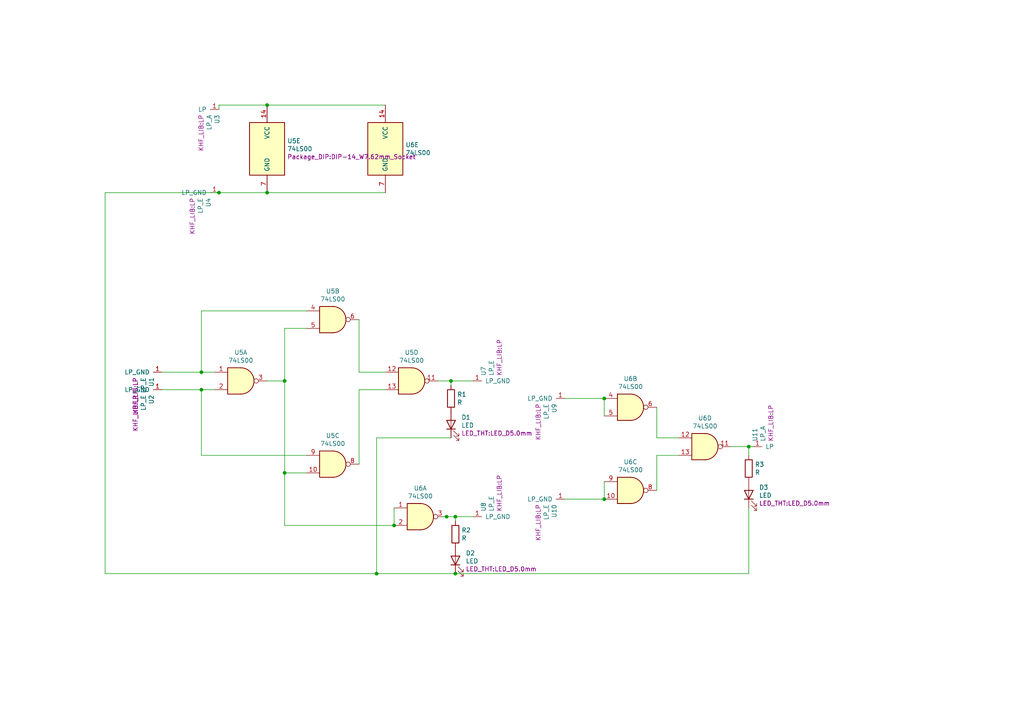
<source format=kicad_sch>
(kicad_sch (version 20230121) (generator eeschema)
  (paper "A4")
  (lib_symbols
    (symbol "!Goody:LED" (pin_numbers hide) (pin_names (offset 1.016) hide)
      (property "Reference" "D" (at 0 2.54 0))
      (property "Value" "LED" (at 2.54 -2.54 90))
      (symbol "LED_0_1"
        (polyline (pts (xy 0 -3.81) (xy 0 -1.27)))
        (polyline (pts (xy 1.27 -3.81) (xy -1.27 -3.81)) (stroke (width 0.254)))
        (polyline (pts (xy 1.27 -1.27) (xy -1.27 -1.27) (xy 0 -3.81) (xy 1.27 -1.27)) (stroke (width 0.254)))
        (polyline (pts (xy 0.762 -5.588) (xy 2.286 -7.112) (xy 2.286 -6.35) (xy 2.286 -7.112) (xy 1.524 -7.112)))
        (polyline (pts (xy 0.762 -4.318) (xy 2.286 -5.842) (xy 2.286 -5.08) (xy 2.286 -5.842) (xy 1.524 -5.842)))
      )
      (symbol "LED_1_1"
        (pin passive line (at 0 -6.35 90) (length 2.54) (name "K") (number "1"))
        (pin passive line (at 0 1.27 270) (length 2.54) (name "A") (number "2"))
      )
    )
    (symbol "74xx:74LS00" (pin_names (offset 1.016))
      (property "Reference" "U" (at 0 1.27 0))
      (property "Value" "74LS00" (at 0 -1.27 0))
      (symbol "74LS00_1_1"
        (arc (start 0 -3.81) (mid 3.7934 0) (end 0 3.81) (stroke (width 0.254)) (fill (type background)))
        (polyline (pts (xy 0 3.81) (xy -3.81 3.81) (xy -3.81 -3.81) (xy 0 -3.81)) (stroke (width 0.254)) (fill (type background)))
        (pin input line (at -7.62 2.54 0) (length 3.81) (name "~") (number "1"))
        (pin input line (at -7.62 -2.54 0) (length 3.81) (name "~") (number "2"))
        (pin output inverted (at 7.62 0 180) (length 3.81) (name "~") (number "3"))
      )
      (symbol "74LS00_1_2"
        (arc (start -3.81 -3.81) (mid -2.589 0) (end -3.81 3.81) (stroke (width 0.254)))
        (arc (start -0.6096 -3.81) (mid 2.1842 -2.5851) (end 3.81 0) (stroke (width 0.254)) (fill (type background)))
        (polyline (pts (xy -3.81 -3.81) (xy -0.635 -3.81)) (stroke (width 0.254)) (fill (type background)))
        (polyline (pts (xy -3.81 3.81) (xy -0.635 3.81)) (stroke (width 0.254)) (fill (type background)))
        (polyline (pts (xy -0.635 3.81) (xy -3.81 3.81) (xy -3.81 3.81) (xy -3.556 3.4036) (xy -3.0226 2.2606) (xy -2.6924 1.0414) (xy -2.6162 -0.254) (xy -2.7686 -1.4986) (xy -3.175 -2.7178) (xy -3.81 -3.81) (xy -3.81 -3.81) (xy -0.635 -3.81)) (stroke (width -25.4)) (fill (type background)))
        (arc (start 3.81 0) (mid 2.1915 2.5936) (end -0.6096 3.81) (stroke (width 0.254)) (fill (type background)))
        (pin input inverted (at -7.62 2.54 0) (length 4.318) (name "~") (number "1"))
        (pin input inverted (at -7.62 -2.54 0) (length 4.318) (name "~") (number "2"))
        (pin output line (at 7.62 0 180) (length 3.81) (name "~") (number "3"))
      )
      (symbol "74LS00_2_1"
        (arc (start 0 -3.81) (mid 3.7934 0) (end 0 3.81) (stroke (width 0.254)) (fill (type background)))
        (polyline (pts (xy 0 3.81) (xy -3.81 3.81) (xy -3.81 -3.81) (xy 0 -3.81)) (stroke (width 0.254)) (fill (type background)))
        (pin input line (at -7.62 2.54 0) (length 3.81) (name "~") (number "4"))
        (pin input line (at -7.62 -2.54 0) (length 3.81) (name "~") (number "5"))
        (pin output inverted (at 7.62 0 180) (length 3.81) (name "~") (number "6"))
      )
      (symbol "74LS00_2_2"
        (arc (start -3.81 -3.81) (mid -2.589 0) (end -3.81 3.81) (stroke (width 0.254)))
        (arc (start -0.6096 -3.81) (mid 2.1842 -2.5851) (end 3.81 0) (stroke (width 0.254)) (fill (type background)))
        (polyline (pts (xy -3.81 -3.81) (xy -0.635 -3.81)) (stroke (width 0.254)) (fill (type background)))
        (polyline (pts (xy -3.81 3.81) (xy -0.635 3.81)) (stroke (width 0.254)) (fill (type background)))
        (polyline (pts (xy -0.635 3.81) (xy -3.81 3.81) (xy -3.81 3.81) (xy -3.556 3.4036) (xy -3.0226 2.2606) (xy -2.6924 1.0414) (xy -2.6162 -0.254) (xy -2.7686 -1.4986) (xy -3.175 -2.7178) (xy -3.81 -3.81) (xy -3.81 -3.81) (xy -0.635 -3.81)) (stroke (width -25.4)) (fill (type background)))
        (arc (start 3.81 0) (mid 2.1915 2.5936) (end -0.6096 3.81) (stroke (width 0.254)) (fill (type background)))
        (pin input inverted (at -7.62 2.54 0) (length 4.318) (name "~") (number "4"))
        (pin input inverted (at -7.62 -2.54 0) (length 4.318) (name "~") (number "5"))
        (pin output line (at 7.62 0 180) (length 3.81) (name "~") (number "6"))
      )
      (symbol "74LS00_3_1"
        (arc (start 0 -3.81) (mid 3.7934 0) (end 0 3.81) (stroke (width 0.254)) (fill (type background)))
        (polyline (pts (xy 0 3.81) (xy -3.81 3.81) (xy -3.81 -3.81) (xy 0 -3.81)) (stroke (width 0.254)) (fill (type background)))
        (pin input line (at -7.62 -2.54 0) (length 3.81) (name "~") (number "10"))
        (pin output inverted (at 7.62 0 180) (length 3.81) (name "~") (number "8"))
        (pin input line (at -7.62 2.54 0) (length 3.81) (name "~") (number "9"))
      )
      (symbol "74LS00_3_2"
        (arc (start -3.81 -3.81) (mid -2.589 0) (end -3.81 3.81) (stroke (width 0.254)))
        (arc (start -0.6096 -3.81) (mid 2.1842 -2.5851) (end 3.81 0) (stroke (width 0.254)) (fill (type background)))
        (polyline (pts (xy -3.81 -3.81) (xy -0.635 -3.81)) (stroke (width 0.254)) (fill (type background)))
        (polyline (pts (xy -3.81 3.81) (xy -0.635 3.81)) (stroke (width 0.254)) (fill (type background)))
        (polyline (pts (xy -0.635 3.81) (xy -3.81 3.81) (xy -3.81 3.81) (xy -3.556 3.4036) (xy -3.0226 2.2606) (xy -2.6924 1.0414) (xy -2.6162 -0.254) (xy -2.7686 -1.4986) (xy -3.175 -2.7178) (xy -3.81 -3.81) (xy -3.81 -3.81) (xy -0.635 -3.81)) (stroke (width -25.4)) (fill (type background)))
        (arc (start 3.81 0) (mid 2.1915 2.5936) (end -0.6096 3.81) (stroke (width 0.254)) (fill (type background)))
        (pin input inverted (at -7.62 -2.54 0) (length 4.318) (name "~") (number "10"))
        (pin output line (at 7.62 0 180) (length 3.81) (name "~") (number "8"))
        (pin input inverted (at -7.62 2.54 0) (length 4.318) (name "~") (number "9"))
      )
      (symbol "74LS00_4_1"
        (arc (start 0 -3.81) (mid 3.7934 0) (end 0 3.81) (stroke (width 0.254)) (fill (type background)))
        (polyline (pts (xy 0 3.81) (xy -3.81 3.81) (xy -3.81 -3.81) (xy 0 -3.81)) (stroke (width 0.254)) (fill (type background)))
        (pin output inverted (at 7.62 0 180) (length 3.81) (name "~") (number "11"))
        (pin input line (at -7.62 2.54 0) (length 3.81) (name "~") (number "12"))
        (pin input line (at -7.62 -2.54 0) (length 3.81) (name "~") (number "13"))
      )
      (symbol "74LS00_4_2"
        (arc (start -3.81 -3.81) (mid -2.589 0) (end -3.81 3.81) (stroke (width 0.254)))
        (arc (start -0.6096 -3.81) (mid 2.1842 -2.5851) (end 3.81 0) (stroke (width 0.254)) (fill (type background)))
        (polyline (pts (xy -3.81 -3.81) (xy -0.635 -3.81)) (stroke (width 0.254)) (fill (type background)))
        (polyline (pts (xy -3.81 3.81) (xy -0.635 3.81)) (stroke (width 0.254)) (fill (type background)))
        (polyline (pts (xy -0.635 3.81) (xy -3.81 3.81) (xy -3.81 3.81) (xy -3.556 3.4036) (xy -3.0226 2.2606) (xy -2.6924 1.0414) (xy -2.6162 -0.254) (xy -2.7686 -1.4986) (xy -3.175 -2.7178) (xy -3.81 -3.81) (xy -3.81 -3.81) (xy -0.635 -3.81)) (stroke (width -25.4)) (fill (type background)))
        (arc (start 3.81 0) (mid 2.1915 2.5936) (end -0.6096 3.81) (stroke (width 0.254)) (fill (type background)))
        (pin output line (at 7.62 0 180) (length 3.81) (name "~") (number "11"))
        (pin input inverted (at -7.62 2.54 0) (length 4.318) (name "~") (number "12"))
        (pin input inverted (at -7.62 -2.54 0) (length 4.318) (name "~") (number "13"))
      )
      (symbol "74LS00_5_0"
        (pin power_in line (at 0 12.7 270) (length 5.08) (name "VCC") (number "14"))
        (pin power_in line (at 0 -12.7 90) (length 5.08) (name "GND") (number "7"))
      )
      (symbol "74LS00_5_1"
        (rectangle (start -5.08 7.62) (end 5.08 -7.62) (stroke (width 0.254)) (fill (type background)))
      )
    )
    (symbol "Addierer-rescue:LP_A-!Goody" (pin_names (offset 1.016))
      (property "Reference" "U" (at -6.35 1.27 0))
      (property "Value" "!Goody_LP_A" (at -3.81 1.27 0))
      (property "Footprint" "KHF_LIB:LP" (at -3.81 1.27 0))
      (symbol "LP_A-!Goody_1_1"
        (pin output line (at -1.27 0 270) (length 2.54) (name "LP") (number "1"))
      )
    )
    (symbol "Addierer-rescue:LP_E-!Goody" (pin_names (offset 1.016))
      (property "Reference" "U" (at -6.35 1.27 0))
      (property "Value" "!Goody_LP_E" (at -3.81 1.27 0))
      (property "Footprint" "KHF_LIB:LP" (at -3.81 1.27 0))
      (symbol "LP_E-!Goody_1_1"
        (pin input line (at -1.27 0 270) (length 2.54) (name "LP_GND") (number "1"))
      )
    )
    (symbol "Device:R" (pin_numbers hide) (pin_names (offset 0))
      (property "Reference" "R" (at 2.032 0 90))
      (property "Value" "R" (at 0 0 90))
      (symbol "R_0_1"
        (rectangle (start -1.016 -2.54) (end 1.016 2.54) (stroke (width 0.254)))
      )
      (symbol "R_1_1"
        (pin passive line (at 0 3.81 270) (length 1.27) (name "~") (number "1"))
        (pin passive line (at 0 -3.81 90) (length 1.27) (name "~") (number "2"))
      )
    )
  )
  (junction (at 175.26 115.57))
  (junction (at 77.47 30.48))
  (junction (at 217.17 129.54))
  (junction (at 129.54 149.86))
  (junction (at 58.42 107.95))
  (junction (at 82.55 110.49))
  (junction (at 175.26 144.78))
  (junction (at 132.08 149.86))
  (junction (at 114.3 152.4))
  (junction (at 77.47 55.88))
  (junction (at 58.42 113.03))
  (junction (at 109.22 166.37))
  (junction (at 132.08 166.37))
  (junction (at 63.5 55.88))
  (junction (at 130.81 110.49))
  (junction (at 82.55 137.16))
  (wire (pts (xy 82.55 137.16) (xy 82.55 152.4)))
  (wire (pts (xy 77.47 110.49) (xy 82.55 110.49)))
  (wire (pts (xy 77.47 30.48) (xy 111.76 30.48)))
  (wire (pts (xy 163.83 115.57) (xy 175.26 115.57)))
  (wire (pts (xy 58.42 107.95) (xy 58.42 90.17)))
  (wire (pts (xy 82.55 152.4) (xy 114.3 152.4)))
  (wire (pts (xy 88.9 95.25) (xy 82.55 95.25)))
  (wire (pts (xy 63.5 55.88) (xy 77.47 55.88)))
  (wire (pts (xy 132.08 166.37) (xy 109.22 166.37)))
  (wire (pts (xy 58.42 113.03) (xy 46.99 113.03)))
  (wire (pts (xy 62.23 113.03) (xy 58.42 113.03)))
  (wire (pts (xy 129.54 149.86) (xy 132.08 149.86)))
  (wire (pts (xy 88.9 137.16) (xy 82.55 137.16)))
  (wire (pts (xy 175.26 144.78) (xy 163.83 144.78)))
  (wire (pts (xy 114.3 147.32) (xy 114.3 152.4)))
  (wire (pts (xy 217.17 147.32) (xy 217.17 166.37)))
  (wire (pts (xy 88.9 132.08) (xy 58.42 132.08)))
  (wire (pts (xy 109.22 127) (xy 109.22 166.37)))
  (wire (pts (xy 130.81 110.49) (xy 127 110.49)))
  (wire (pts (xy 130.81 111.76) (xy 130.81 110.49)))
  (wire (pts (xy 190.5 142.24) (xy 190.5 132.08)))
  (wire (pts (xy 217.17 129.54) (xy 218.44 129.54)))
  (wire (pts (xy 63.5 55.88) (xy 30.48 55.88)))
  (wire (pts (xy 82.55 95.25) (xy 82.55 110.49)))
  (wire (pts (xy 217.17 166.37) (xy 132.08 166.37)))
  (wire (pts (xy 63.5 30.48) (xy 63.5 31.75)))
  (wire (pts (xy 46.99 107.95) (xy 58.42 107.95)))
  (wire (pts (xy 130.81 127) (xy 109.22 127)))
  (wire (pts (xy 175.26 120.65) (xy 175.26 115.57)))
  (wire (pts (xy 104.14 107.95) (xy 111.76 107.95)))
  (wire (pts (xy 109.22 166.37) (xy 30.48 166.37)))
  (wire (pts (xy 175.26 139.7) (xy 175.26 144.78)))
  (wire (pts (xy 111.76 113.03) (xy 104.14 113.03)))
  (wire (pts (xy 58.42 107.95) (xy 62.23 107.95)))
  (wire (pts (xy 58.42 132.08) (xy 58.42 113.03)))
  (wire (pts (xy 132.08 149.86) (xy 137.16 149.86)))
  (wire (pts (xy 30.48 166.37) (xy 30.48 55.88)))
  (wire (pts (xy 58.42 90.17) (xy 88.9 90.17)))
  (wire (pts (xy 212.09 129.54) (xy 217.17 129.54)))
  (wire (pts (xy 104.14 92.71) (xy 104.14 107.95)))
  (wire (pts (xy 190.5 127) (xy 196.85 127)))
  (wire (pts (xy 190.5 118.11) (xy 190.5 127)))
  (wire (pts (xy 82.55 110.49) (xy 82.55 137.16)))
  (wire (pts (xy 217.17 132.08) (xy 217.17 129.54)))
  (wire (pts (xy 132.08 151.13) (xy 132.08 149.86)))
  (wire (pts (xy 104.14 113.03) (xy 104.14 134.62)))
  (wire (pts (xy 190.5 132.08) (xy 196.85 132.08)))
  (wire (pts (xy 128.27 149.86) (xy 129.54 149.86)))
  (wire (pts (xy 77.47 30.48) (xy 63.5 30.48)))
  (wire (pts (xy 137.16 110.49) (xy 130.81 110.49)))
  (wire (pts (xy 111.76 55.88) (xy 77.47 55.88)))
  (symbol (lib_id "74xx:74LS00") (at 69.85 110.49 0) (unit 1)
    (property "Reference" "U5" (at 69.85 102.235 0))
    (property "Value" "74LS00" (at 69.85 104.5464 0))
    (property "Footprint" "Package_DIP:DIP-14_W7.62mm_Socket" (effects hide))
    (property "Datasheet" "http://www.ti.com/lit/gpn/sn74ls00" (effects hide))
  )
  (symbol (lib_id "74xx:74LS00") (at 96.52 92.71 0) (unit 2)
    (property "Reference" "U5" (at 96.52 84.455 0))
    (property "Value" "74LS00" (at 96.52 86.7664 0))
    (property "Footprint" "Package_DIP:DIP-14_W7.62mm_Socket" (effects hide))
    (property "Datasheet" "http://www.ti.com/lit/gpn/sn74ls00" (effects hide))
  )
  (symbol (lib_id "74xx:74LS00") (at 96.52 134.62 0) (unit 3)
    (property "Reference" "U5" (at 96.52 126.365 0))
    (property "Value" "74LS00" (at 96.52 128.6764 0))
    (property "Footprint" "Package_DIP:DIP-14_W7.62mm_Socket" (effects hide))
    (property "Datasheet" "http://www.ti.com/lit/gpn/sn74ls00" (effects hide))
  )
  (symbol (lib_id "74xx:74LS00") (at 119.38 110.49 0) (unit 4)
    (property "Reference" "U5" (at 119.38 102.235 0))
    (property "Value" "74LS00" (at 119.38 104.5464 0))
    (property "Footprint" "Package_DIP:DIP-14_W7.62mm_Socket" (effects hide))
    (property "Datasheet" "http://www.ti.com/lit/gpn/sn74ls00" (effects hide))
  )
  (symbol (lib_id "74xx:74LS00") (at 77.47 43.18 0) (unit 5)
    (property "Reference" "U5" (at 83.312 40.8686 0) (effects (justify left)))
    (property "Value" "74LS00" (at 83.312 43.18 0) (effects (justify left)))
    (property "Footprint" "Package_DIP:DIP-14_W7.62mm_Socket" (at 83.312 45.4914 0) (effects (justify left)))
    (property "Datasheet" "http://www.ti.com/lit/gpn/sn74ls00" (effects hide))
  )
  (symbol (lib_id "Addierer-rescue:LP_A-!Goody") (at 63.5 33.02 270) (unit 1)
    (property "Reference" "U3" (at 62.9666 33.2232 0) (effects (justify left)))
    (property "Value" "LP_A" (at 60.6552 33.2232 0) (effects (justify left)))
    (property "Footprint" "KHF_LIB:LP" (at 58.3438 33.2232 0) (effects (justify left)))
  )
  (symbol (lib_id "Addierer-rescue:LP_E-!Goody") (at 63.5 57.15 270) (unit 1)
    (property "Reference" "U4" (at 60.4266 57.3532 0) (effects (justify left)))
    (property "Value" "LP_E" (at 58.1152 57.3532 0) (effects (justify left)))
    (property "Footprint" "KHF_LIB:LP" (at 55.8038 57.3532 0) (effects (justify left)))
  )
  (symbol (lib_id "Addierer-rescue:LP_E-!Goody") (at 46.99 114.3 270) (unit 1)
    (property "Reference" "U2" (at 43.9166 114.5032 0) (effects (justify left)))
    (property "Value" "LP_E" (at 41.6052 114.5032 0) (effects (justify left)))
    (property "Footprint" "KHF_LIB:LP" (at 39.2938 114.5032 0) (effects (justify left)))
  )
  (symbol (lib_id "Addierer-rescue:LP_A-!Goody") (at 218.44 128.27 90) (unit 1)
    (property "Reference" "U11" (at 218.9734 128.0668 0) (effects (justify left)))
    (property "Value" "LP_A" (at 221.2848 128.0668 0) (effects (justify left)))
    (property "Footprint" "KHF_LIB:LP" (at 223.5962 128.0668 0) (effects (justify left)))
  )
  (symbol (lib_id "74xx:74LS00") (at 121.92 149.86 0) (unit 1)
    (property "Reference" "U6" (at 121.92 141.605 0))
    (property "Value" "74LS00" (at 121.92 143.9164 0))
    (property "Footprint" "Package_DIP:DIP-14_W7.62mm_Socket" (effects hide))
    (property "Datasheet" "http://www.ti.com/lit/gpn/sn74ls00" (effects hide))
  )
  (symbol (lib_id "74xx:74LS00") (at 182.88 118.11 0) (unit 2)
    (property "Reference" "U6" (at 182.88 109.855 0))
    (property "Value" "74LS00" (at 182.88 112.1664 0))
    (property "Footprint" "Package_DIP:DIP-14_W7.62mm_Socket" (effects hide))
    (property "Datasheet" "http://www.ti.com/lit/gpn/sn74ls00" (effects hide))
  )
  (symbol (lib_id "74xx:74LS00") (at 182.88 142.24 0) (unit 3)
    (property "Reference" "U6" (at 182.88 133.985 0))
    (property "Value" "74LS00" (at 182.88 136.2964 0))
    (property "Footprint" "Package_DIP:DIP-14_W7.62mm_Socket" (effects hide))
    (property "Datasheet" "http://www.ti.com/lit/gpn/sn74ls00" (effects hide))
  )
  (symbol (lib_id "74xx:74LS00") (at 204.47 129.54 0) (unit 4)
    (property "Reference" "U6" (at 204.47 121.285 0))
    (property "Value" "74LS00" (at 204.47 123.5964 0))
    (property "Footprint" "Package_DIP:DIP-14_W7.62mm_Socket" (effects hide))
    (property "Datasheet" "http://www.ti.com/lit/gpn/sn74ls00" (effects hide))
  )
  (symbol (lib_id "74xx:74LS00") (at 111.76 43.18 0) (unit 5)
    (property "Reference" "U6" (at 117.602 42.0116 0) (effects (justify left)))
    (property "Value" "74LS00" (at 117.602 44.323 0) (effects (justify left)))
    (property "Footprint" "Package_DIP:DIP-14_W7.62mm_Socket" (effects hide))
    (property "Datasheet" "http://www.ti.com/lit/gpn/sn74ls00" (effects hide))
  )
  (symbol (lib_id "Addierer-rescue:LP_E-!Goody") (at 137.16 109.22 90) (unit 1)
    (property "Reference" "U7" (at 140.2334 109.0168 0) (effects (justify left)))
    (property "Value" "LP_E" (at 142.5448 109.0168 0) (effects (justify left)))
    (property "Footprint" "KHF_LIB:LP" (at 144.8562 109.0168 0) (effects (justify left)))
  )
  (symbol (lib_id "Addierer-rescue:LP_E-!Goody") (at 137.16 148.59 90) (unit 1)
    (property "Reference" "U8" (at 140.2334 148.3868 0) (effects (justify left)))
    (property "Value" "LP_E" (at 142.5448 148.3868 0) (effects (justify left)))
    (property "Footprint" "KHF_LIB:LP" (at 144.8562 148.3868 0) (effects (justify left)))
  )
  (symbol (lib_id "Addierer-rescue:LP_E-!Goody") (at 46.99 109.22 270) (unit 1)
    (property "Reference" "U1" (at 43.9166 109.4232 0) (effects (justify left)))
    (property "Value" "LP_E" (at 41.6052 109.4232 0) (effects (justify left)))
    (property "Footprint" "KHF_LIB:LP" (at 39.2938 109.4232 0) (effects (justify left)))
  )
  (symbol (lib_id "Addierer-rescue:LP_E-!Goody") (at 163.83 146.05 270) (unit 1)
    (property "Reference" "U10" (at 160.7566 146.2532 0) (effects (justify left)))
    (property "Value" "LP_E" (at 158.4452 146.2532 0) (effects (justify left)))
    (property "Footprint" "KHF_LIB:LP" (at 156.1338 146.2532 0) (effects (justify left)))
  )
  (symbol (lib_id "Addierer-rescue:LP_E-!Goody") (at 163.83 116.84 270) (unit 1)
    (property "Reference" "U9" (at 160.7566 117.0432 0) (effects (justify left)))
    (property "Value" "LP_E" (at 158.4452 117.0432 0) (effects (justify left)))
    (property "Footprint" "KHF_LIB:LP" (at 156.1338 117.0432 0) (effects (justify left)))
  )
  (symbol (lib_id "!Goody:LED") (at 130.81 120.65 0) (unit 1)
    (property "Reference" "D1" (at 133.8072 121.0564 0) (effects (justify left)))
    (property "Value" "LED" (at 133.8072 123.3678 0) (effects (justify left)))
    (property "Footprint" "LED_THT:LED_D5.0mm" (at 133.8072 125.6792 0) (effects (justify left)))
  )
  (symbol (lib_id "!Goody:LED") (at 132.08 160.02 0) (unit 1)
    (property "Reference" "D2" (at 135.0772 160.4264 0) (effects (justify left)))
    (property "Value" "LED" (at 135.0772 162.7378 0) (effects (justify left)))
    (property "Footprint" "LED_THT:LED_D5.0mm" (at 135.0772 165.0492 0) (effects (justify left)))
  )
  (symbol (lib_id "!Goody:LED") (at 217.17 140.97 0) (unit 1)
    (property "Reference" "D3" (at 220.1672 141.3764 0) (effects (justify left)))
    (property "Value" "LED" (at 220.1672 143.6878 0) (effects (justify left)))
    (property "Footprint" "LED_THT:LED_D5.0mm" (at 220.1672 145.9992 0) (effects (justify left)))
  )
  (symbol (lib_id "Device:R") (at 130.81 115.57 0) (unit 1)
    (property "Reference" "R1" (at 132.588 114.4016 0) (effects (justify left)))
    (property "Value" "R" (at 132.588 116.713 0) (effects (justify left)))
    (property "Footprint" "Resistor_THT:R_Axial_DIN0207_L6.3mm_D2.5mm_P7.62mm_Horizontal" (effects hide))
  )
  (symbol (lib_id "Device:R") (at 132.08 154.94 0) (unit 1)
    (property "Reference" "R2" (at 133.858 153.7716 0) (effects (justify left)))
    (property "Value" "R" (at 133.858 156.083 0) (effects (justify left)))
    (property "Footprint" "Resistor_THT:R_Axial_DIN0207_L6.3mm_D2.5mm_P7.62mm_Horizontal" (effects hide))
  )
  (symbol (lib_id "Device:R") (at 217.17 135.89 0) (unit 1)
    (property "Reference" "R3" (at 218.948 134.7216 0) (effects (justify left)))
    (property "Value" "R" (at 218.948 137.033 0) (effects (justify left)))
    (property "Footprint" "Resistor_THT:R_Axial_DIN0207_L6.3mm_D2.5mm_P7.62mm_Horizontal" (effects hide))
  )
)
</source>
